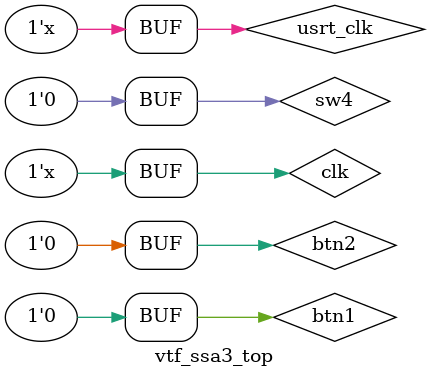
<source format=v>
`timescale 1ns / 1ps

module vtf_ssa3_top;

	// Inputs
	reg clk;
	reg btn1;
	reg btn2;
	reg sw4;
	reg usrt_clk;

	// Outputs
	wire rts;
	wire txd;

	// Instantiate the Unit Under Test (UUT)
	ssa3_top uut (
		.clk(clk), 
		.btn1(btn1), 
		.btn2(btn2), 
		.sw4(sw4), 
		.usrt_clk(usrt_clk), 
		.rts(rts), 
		.txd(txd)
	);

	initial begin
		// Initialize Inputs
		clk = 0;
		btn1 = 0;
		btn2 = 0;
		sw4 = 0;
		usrt_clk = 0;
		
		#1000
		sw4 <= 1;
		
		#2000
		btn1 <= 1;
		#6621440
		btn1 <= 0;
		
		#5000000
		btn2 <= 1;
		#6621440
		btn2 <= 0;
		
		#10000
		sw4 <= 0;
		
		#2000
		btn1 <= 1;
		#6621440
		btn1 <= 0;
		
		#5000000
		btn2 <= 1;
		#6621440
		btn2 <= 0;
	end

	//clk
	always #5
		clk <= ~clk;
		
	always #75
		usrt_clk <= ~usrt_clk;
      
endmodule


</source>
